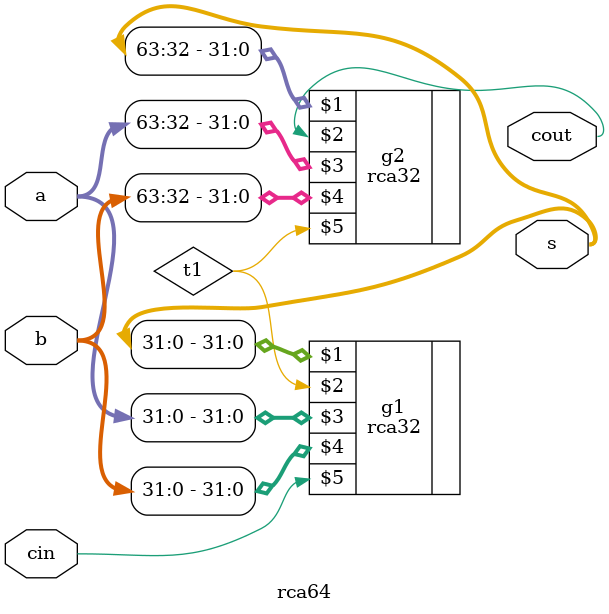
<source format=v>
`timescale 1ns / 1ps
module rca64(output [63:0] s, output cout, input [63:0] a, input [63:0] b, input cin);
	 
	wire t1;

	rca32 g1(s[31:0], t1, a[31:0], b[31:0], cin);
	rca32 g2(s[63:32], cout, a[63:32], b[63:32], t1);


endmodule

</source>
